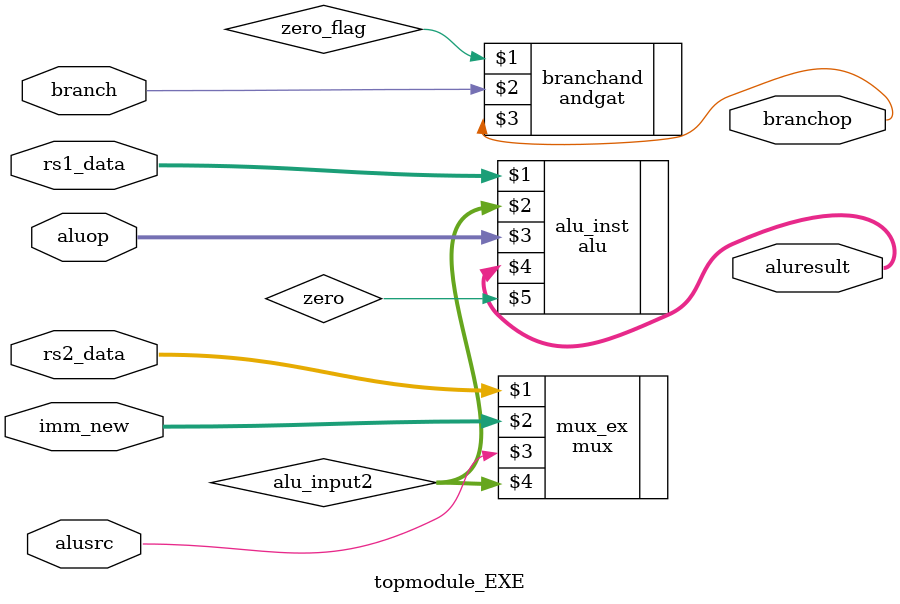
<source format=sv>
`timescale 1ns / 1ps



module topmodule_EXE (
    input logic [31:0] rs1_data,        
    input logic [31:0] rs2_data,        
    input logic [31:0] imm_new,         
    input logic alusrc,                 
    input logic branch,                
    input logic [3:0] aluop,           
    output logic [31:0] aluresult,     
    output logic branchop          
);

    // Internal Signals
    logic [31:0] alu_input2;            // ALU input 2 (either rs2_data or immediate)
    logic zero_flag;                    // Zero flag from ALU (1 if ALU result is zero)

    // MUX to select between rs2_data and imm_new with select=alusrc
    mux mux_ex(rs2_data,imm_new,alusrc,alu_input2);
   
    // ALU instantiation
    alu alu_inst(rs1_data, alu_input2, aluop,aluresult,zero      
    );

    // AND gate for branch decision: branch_taken is high if both Branch and zero_flag are high
    andgat branchand(zero_flag,branch,branchop);

endmodule

</source>
